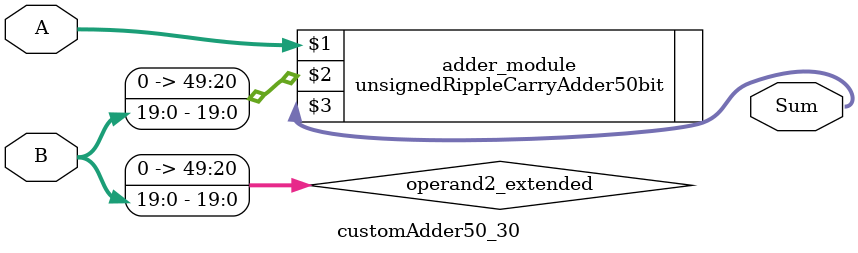
<source format=v>
module customAdder50_30(
                        input [49 : 0] A,
                        input [19 : 0] B,
                        
                        output [50 : 0] Sum
                );

        wire [49 : 0] operand2_extended;
        
        assign operand2_extended =  {30'b0, B};
        
        unsignedRippleCarryAdder50bit adder_module(
            A,
            operand2_extended,
            Sum
        );
        
        endmodule
        
</source>
